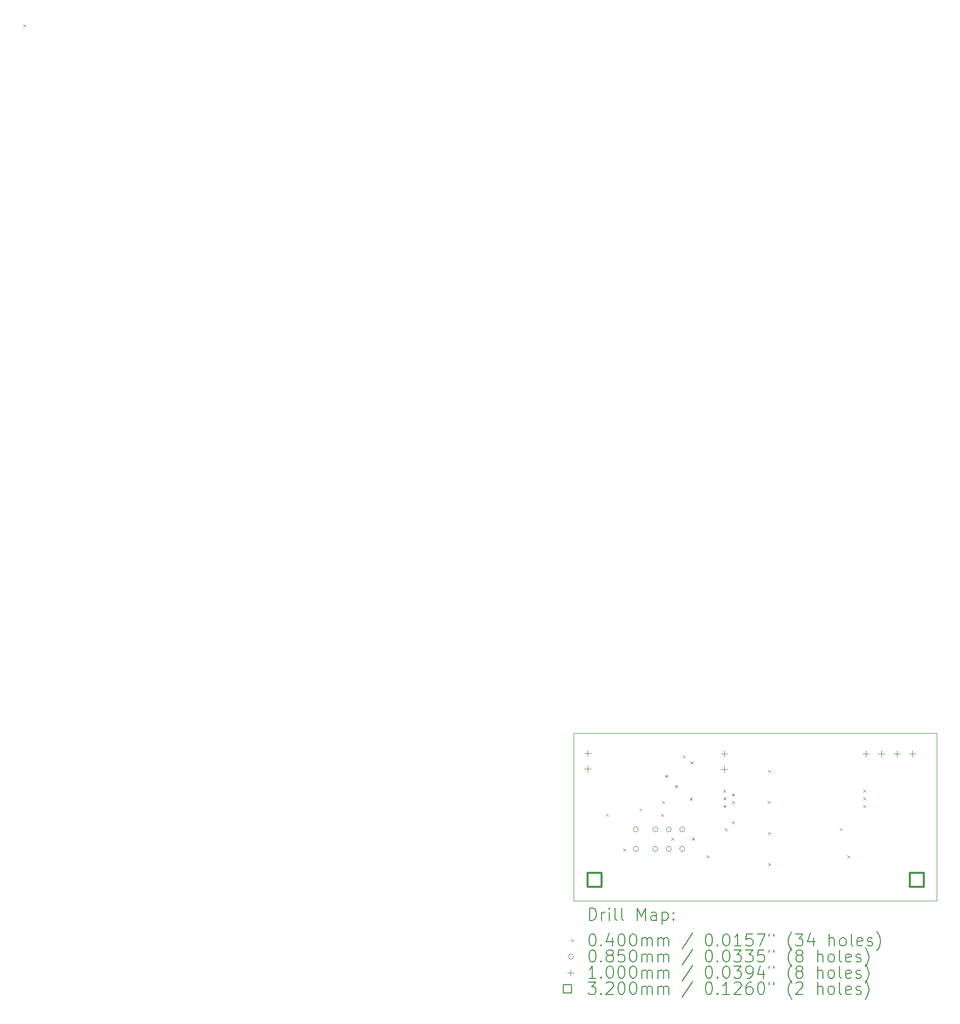
<source format=gbr>
%TF.GenerationSoftware,KiCad,Pcbnew,8.0.1*%
%TF.CreationDate,2025-07-17T23:05:40+02:00*%
%TF.ProjectId,SDR_PreAmp_Filter_v1.1,5344525f-5072-4654-916d-705f46696c74,rev?*%
%TF.SameCoordinates,Original*%
%TF.FileFunction,Drillmap*%
%TF.FilePolarity,Positive*%
%FSLAX45Y45*%
G04 Gerber Fmt 4.5, Leading zero omitted, Abs format (unit mm)*
G04 Created by KiCad (PCBNEW 8.0.1) date 2025-07-17 23:05:40*
%MOMM*%
%LPD*%
G01*
G04 APERTURE LIST*
%ADD10C,0.100000*%
%ADD11C,0.200000*%
%ADD12C,0.320000*%
G04 APERTURE END LIST*
D10*
X8994140Y-11569700D02*
X14935200Y-11569700D01*
X14935200Y-14311700D01*
X8994140Y-14311700D01*
X8994140Y-11569700D01*
D11*
D10*
X-20000Y20000D02*
X20000Y-20000D01*
X20000Y20000D02*
X-20000Y-20000D01*
X-20000Y20000D02*
X20000Y-20000D01*
X20000Y20000D02*
X-20000Y-20000D01*
X-20000Y20000D02*
X20000Y-20000D01*
X20000Y20000D02*
X-20000Y-20000D01*
X-20000Y20000D02*
X20000Y-20000D01*
X20000Y20000D02*
X-20000Y-20000D01*
X-20000Y20000D02*
X20000Y-20000D01*
X20000Y20000D02*
X-20000Y-20000D01*
X9520740Y-12885740D02*
X9560740Y-12925740D01*
X9560740Y-12885740D02*
X9520740Y-12925740D01*
X9802500Y-13455000D02*
X9842500Y-13495000D01*
X9842500Y-13455000D02*
X9802500Y-13495000D01*
X10070000Y-12800000D02*
X10110000Y-12840000D01*
X10110000Y-12800000D02*
X10070000Y-12840000D01*
X10422500Y-12887500D02*
X10462500Y-12927500D01*
X10462500Y-12887500D02*
X10422500Y-12927500D01*
X10442260Y-12680000D02*
X10482260Y-12720000D01*
X10482260Y-12680000D02*
X10442260Y-12720000D01*
X10490000Y-12250000D02*
X10530000Y-12290000D01*
X10530000Y-12250000D02*
X10490000Y-12290000D01*
X10592500Y-13280000D02*
X10632500Y-13320000D01*
X10632500Y-13280000D02*
X10592500Y-13320000D01*
X10653080Y-12418380D02*
X10693080Y-12458380D01*
X10693080Y-12418380D02*
X10653080Y-12458380D01*
X10780080Y-11933240D02*
X10820080Y-11973240D01*
X10820080Y-11933240D02*
X10780080Y-11973240D01*
X10892500Y-12625000D02*
X10932500Y-12665000D01*
X10932500Y-12625000D02*
X10892500Y-12665000D01*
X10907080Y-12030000D02*
X10947080Y-12070000D01*
X10947080Y-12030000D02*
X10907080Y-12070000D01*
X10925000Y-13280000D02*
X10965000Y-13320000D01*
X10965000Y-13280000D02*
X10925000Y-13320000D01*
X11166160Y-13569000D02*
X11206160Y-13609000D01*
X11206160Y-13569000D02*
X11166160Y-13609000D01*
X11440480Y-12489500D02*
X11480480Y-12529500D01*
X11480480Y-12489500D02*
X11440480Y-12529500D01*
X11443020Y-12616500D02*
X11483020Y-12656500D01*
X11483020Y-12616500D02*
X11443020Y-12656500D01*
X11443020Y-12743500D02*
X11483020Y-12783500D01*
X11483020Y-12743500D02*
X11443020Y-12783500D01*
X11460800Y-13124500D02*
X11500800Y-13164500D01*
X11500800Y-13124500D02*
X11460800Y-13164500D01*
X11580000Y-13005000D02*
X11620000Y-13045000D01*
X11620000Y-13005000D02*
X11580000Y-13045000D01*
X11582500Y-12555000D02*
X11622500Y-12595000D01*
X11622500Y-12555000D02*
X11582500Y-12595000D01*
X11582720Y-12677460D02*
X11622720Y-12717460D01*
X11622720Y-12677460D02*
X11582720Y-12717460D01*
X12169460Y-12680000D02*
X12209460Y-12720000D01*
X12209460Y-12680000D02*
X12169460Y-12720000D01*
X12172000Y-12172000D02*
X12212000Y-12212000D01*
X12212000Y-12172000D02*
X12172000Y-12212000D01*
X12172000Y-13188000D02*
X12212000Y-13228000D01*
X12212000Y-13188000D02*
X12172000Y-13228000D01*
X12172000Y-13693460D02*
X12212000Y-13733460D01*
X12212000Y-13693460D02*
X12172000Y-13733460D01*
X13348020Y-13121960D02*
X13388020Y-13161960D01*
X13388020Y-13121960D02*
X13348020Y-13161960D01*
X13467400Y-13569000D02*
X13507400Y-13609000D01*
X13507400Y-13569000D02*
X13467400Y-13609000D01*
X13731560Y-12489500D02*
X13771560Y-12529500D01*
X13771560Y-12489500D02*
X13731560Y-12529500D01*
X13734100Y-12616500D02*
X13774100Y-12656500D01*
X13774100Y-12616500D02*
X13734100Y-12656500D01*
X13734100Y-12743500D02*
X13774100Y-12783500D01*
X13774100Y-12743500D02*
X13734100Y-12783500D01*
X10050100Y-13142000D02*
G75*
G02*
X9965100Y-13142000I-42500J0D01*
G01*
X9965100Y-13142000D02*
G75*
G02*
X10050100Y-13142000I42500J0D01*
G01*
X10050100Y-13462000D02*
G75*
G02*
X9965100Y-13462000I-42500J0D01*
G01*
X9965100Y-13462000D02*
G75*
G02*
X10050100Y-13462000I42500J0D01*
G01*
X10370100Y-13142000D02*
G75*
G02*
X10285100Y-13142000I-42500J0D01*
G01*
X10285100Y-13142000D02*
G75*
G02*
X10370100Y-13142000I42500J0D01*
G01*
X10370100Y-13462000D02*
G75*
G02*
X10285100Y-13462000I-42500J0D01*
G01*
X10285100Y-13462000D02*
G75*
G02*
X10370100Y-13462000I42500J0D01*
G01*
X10590100Y-13142000D02*
G75*
G02*
X10505100Y-13142000I-42500J0D01*
G01*
X10505100Y-13142000D02*
G75*
G02*
X10590100Y-13142000I42500J0D01*
G01*
X10590100Y-13462000D02*
G75*
G02*
X10505100Y-13462000I-42500J0D01*
G01*
X10505100Y-13462000D02*
G75*
G02*
X10590100Y-13462000I42500J0D01*
G01*
X10810100Y-13142000D02*
G75*
G02*
X10725100Y-13142000I-42500J0D01*
G01*
X10725100Y-13142000D02*
G75*
G02*
X10810100Y-13142000I42500J0D01*
G01*
X10810100Y-13462000D02*
G75*
G02*
X10725100Y-13462000I-42500J0D01*
G01*
X10725100Y-13462000D02*
G75*
G02*
X10810100Y-13462000I42500J0D01*
G01*
X9217500Y-11847500D02*
X9217500Y-11947500D01*
X9167500Y-11897500D02*
X9267500Y-11897500D01*
X9217500Y-12101500D02*
X9217500Y-12201500D01*
X9167500Y-12151500D02*
X9267500Y-12151500D01*
X11452600Y-11852440D02*
X11452600Y-11952440D01*
X11402600Y-11902440D02*
X11502600Y-11902440D01*
X11452600Y-12106440D02*
X11452600Y-12206440D01*
X11402600Y-12156440D02*
X11502600Y-12156440D01*
X13771000Y-11857500D02*
X13771000Y-11957500D01*
X13721000Y-11907500D02*
X13821000Y-11907500D01*
X14025000Y-11857500D02*
X14025000Y-11957500D01*
X13975000Y-11907500D02*
X14075000Y-11907500D01*
X14279000Y-11857500D02*
X14279000Y-11957500D01*
X14229000Y-11907500D02*
X14329000Y-11907500D01*
X14533000Y-11857500D02*
X14533000Y-11957500D01*
X14483000Y-11907500D02*
X14583000Y-11907500D01*
D12*
X9447638Y-14083138D02*
X9447638Y-13856862D01*
X9221362Y-13856862D01*
X9221362Y-14083138D01*
X9447638Y-14083138D01*
X14718138Y-14083138D02*
X14718138Y-13856862D01*
X14491862Y-13856862D01*
X14491862Y-14083138D01*
X14718138Y-14083138D01*
D11*
X9249917Y-14628184D02*
X9249917Y-14428184D01*
X9249917Y-14428184D02*
X9297536Y-14428184D01*
X9297536Y-14428184D02*
X9326107Y-14437708D01*
X9326107Y-14437708D02*
X9345155Y-14456755D01*
X9345155Y-14456755D02*
X9354679Y-14475803D01*
X9354679Y-14475803D02*
X9364203Y-14513898D01*
X9364203Y-14513898D02*
X9364203Y-14542469D01*
X9364203Y-14542469D02*
X9354679Y-14580565D01*
X9354679Y-14580565D02*
X9345155Y-14599612D01*
X9345155Y-14599612D02*
X9326107Y-14618660D01*
X9326107Y-14618660D02*
X9297536Y-14628184D01*
X9297536Y-14628184D02*
X9249917Y-14628184D01*
X9449917Y-14628184D02*
X9449917Y-14494850D01*
X9449917Y-14532946D02*
X9459441Y-14513898D01*
X9459441Y-14513898D02*
X9468964Y-14504374D01*
X9468964Y-14504374D02*
X9488012Y-14494850D01*
X9488012Y-14494850D02*
X9507060Y-14494850D01*
X9573726Y-14628184D02*
X9573726Y-14494850D01*
X9573726Y-14428184D02*
X9564203Y-14437708D01*
X9564203Y-14437708D02*
X9573726Y-14447231D01*
X9573726Y-14447231D02*
X9583250Y-14437708D01*
X9583250Y-14437708D02*
X9573726Y-14428184D01*
X9573726Y-14428184D02*
X9573726Y-14447231D01*
X9697536Y-14628184D02*
X9678488Y-14618660D01*
X9678488Y-14618660D02*
X9668964Y-14599612D01*
X9668964Y-14599612D02*
X9668964Y-14428184D01*
X9802298Y-14628184D02*
X9783250Y-14618660D01*
X9783250Y-14618660D02*
X9773726Y-14599612D01*
X9773726Y-14599612D02*
X9773726Y-14428184D01*
X10030869Y-14628184D02*
X10030869Y-14428184D01*
X10030869Y-14428184D02*
X10097536Y-14571041D01*
X10097536Y-14571041D02*
X10164203Y-14428184D01*
X10164203Y-14428184D02*
X10164203Y-14628184D01*
X10345155Y-14628184D02*
X10345155Y-14523422D01*
X10345155Y-14523422D02*
X10335631Y-14504374D01*
X10335631Y-14504374D02*
X10316584Y-14494850D01*
X10316584Y-14494850D02*
X10278488Y-14494850D01*
X10278488Y-14494850D02*
X10259441Y-14504374D01*
X10345155Y-14618660D02*
X10326107Y-14628184D01*
X10326107Y-14628184D02*
X10278488Y-14628184D01*
X10278488Y-14628184D02*
X10259441Y-14618660D01*
X10259441Y-14618660D02*
X10249917Y-14599612D01*
X10249917Y-14599612D02*
X10249917Y-14580565D01*
X10249917Y-14580565D02*
X10259441Y-14561517D01*
X10259441Y-14561517D02*
X10278488Y-14551993D01*
X10278488Y-14551993D02*
X10326107Y-14551993D01*
X10326107Y-14551993D02*
X10345155Y-14542469D01*
X10440393Y-14494850D02*
X10440393Y-14694850D01*
X10440393Y-14504374D02*
X10459441Y-14494850D01*
X10459441Y-14494850D02*
X10497536Y-14494850D01*
X10497536Y-14494850D02*
X10516584Y-14504374D01*
X10516584Y-14504374D02*
X10526107Y-14513898D01*
X10526107Y-14513898D02*
X10535631Y-14532946D01*
X10535631Y-14532946D02*
X10535631Y-14590088D01*
X10535631Y-14590088D02*
X10526107Y-14609136D01*
X10526107Y-14609136D02*
X10516584Y-14618660D01*
X10516584Y-14618660D02*
X10497536Y-14628184D01*
X10497536Y-14628184D02*
X10459441Y-14628184D01*
X10459441Y-14628184D02*
X10440393Y-14618660D01*
X10621345Y-14609136D02*
X10630869Y-14618660D01*
X10630869Y-14618660D02*
X10621345Y-14628184D01*
X10621345Y-14628184D02*
X10611822Y-14618660D01*
X10611822Y-14618660D02*
X10621345Y-14609136D01*
X10621345Y-14609136D02*
X10621345Y-14628184D01*
X10621345Y-14504374D02*
X10630869Y-14513898D01*
X10630869Y-14513898D02*
X10621345Y-14523422D01*
X10621345Y-14523422D02*
X10611822Y-14513898D01*
X10611822Y-14513898D02*
X10621345Y-14504374D01*
X10621345Y-14504374D02*
X10621345Y-14523422D01*
D10*
X8949140Y-14936700D02*
X8989140Y-14976700D01*
X8989140Y-14936700D02*
X8949140Y-14976700D01*
D11*
X9288012Y-14848184D02*
X9307060Y-14848184D01*
X9307060Y-14848184D02*
X9326107Y-14857708D01*
X9326107Y-14857708D02*
X9335631Y-14867231D01*
X9335631Y-14867231D02*
X9345155Y-14886279D01*
X9345155Y-14886279D02*
X9354679Y-14924374D01*
X9354679Y-14924374D02*
X9354679Y-14971993D01*
X9354679Y-14971993D02*
X9345155Y-15010088D01*
X9345155Y-15010088D02*
X9335631Y-15029136D01*
X9335631Y-15029136D02*
X9326107Y-15038660D01*
X9326107Y-15038660D02*
X9307060Y-15048184D01*
X9307060Y-15048184D02*
X9288012Y-15048184D01*
X9288012Y-15048184D02*
X9268964Y-15038660D01*
X9268964Y-15038660D02*
X9259441Y-15029136D01*
X9259441Y-15029136D02*
X9249917Y-15010088D01*
X9249917Y-15010088D02*
X9240393Y-14971993D01*
X9240393Y-14971993D02*
X9240393Y-14924374D01*
X9240393Y-14924374D02*
X9249917Y-14886279D01*
X9249917Y-14886279D02*
X9259441Y-14867231D01*
X9259441Y-14867231D02*
X9268964Y-14857708D01*
X9268964Y-14857708D02*
X9288012Y-14848184D01*
X9440393Y-15029136D02*
X9449917Y-15038660D01*
X9449917Y-15038660D02*
X9440393Y-15048184D01*
X9440393Y-15048184D02*
X9430869Y-15038660D01*
X9430869Y-15038660D02*
X9440393Y-15029136D01*
X9440393Y-15029136D02*
X9440393Y-15048184D01*
X9621345Y-14914850D02*
X9621345Y-15048184D01*
X9573726Y-14838660D02*
X9526107Y-14981517D01*
X9526107Y-14981517D02*
X9649917Y-14981517D01*
X9764203Y-14848184D02*
X9783250Y-14848184D01*
X9783250Y-14848184D02*
X9802298Y-14857708D01*
X9802298Y-14857708D02*
X9811822Y-14867231D01*
X9811822Y-14867231D02*
X9821345Y-14886279D01*
X9821345Y-14886279D02*
X9830869Y-14924374D01*
X9830869Y-14924374D02*
X9830869Y-14971993D01*
X9830869Y-14971993D02*
X9821345Y-15010088D01*
X9821345Y-15010088D02*
X9811822Y-15029136D01*
X9811822Y-15029136D02*
X9802298Y-15038660D01*
X9802298Y-15038660D02*
X9783250Y-15048184D01*
X9783250Y-15048184D02*
X9764203Y-15048184D01*
X9764203Y-15048184D02*
X9745155Y-15038660D01*
X9745155Y-15038660D02*
X9735631Y-15029136D01*
X9735631Y-15029136D02*
X9726107Y-15010088D01*
X9726107Y-15010088D02*
X9716584Y-14971993D01*
X9716584Y-14971993D02*
X9716584Y-14924374D01*
X9716584Y-14924374D02*
X9726107Y-14886279D01*
X9726107Y-14886279D02*
X9735631Y-14867231D01*
X9735631Y-14867231D02*
X9745155Y-14857708D01*
X9745155Y-14857708D02*
X9764203Y-14848184D01*
X9954679Y-14848184D02*
X9973726Y-14848184D01*
X9973726Y-14848184D02*
X9992774Y-14857708D01*
X9992774Y-14857708D02*
X10002298Y-14867231D01*
X10002298Y-14867231D02*
X10011822Y-14886279D01*
X10011822Y-14886279D02*
X10021345Y-14924374D01*
X10021345Y-14924374D02*
X10021345Y-14971993D01*
X10021345Y-14971993D02*
X10011822Y-15010088D01*
X10011822Y-15010088D02*
X10002298Y-15029136D01*
X10002298Y-15029136D02*
X9992774Y-15038660D01*
X9992774Y-15038660D02*
X9973726Y-15048184D01*
X9973726Y-15048184D02*
X9954679Y-15048184D01*
X9954679Y-15048184D02*
X9935631Y-15038660D01*
X9935631Y-15038660D02*
X9926107Y-15029136D01*
X9926107Y-15029136D02*
X9916584Y-15010088D01*
X9916584Y-15010088D02*
X9907060Y-14971993D01*
X9907060Y-14971993D02*
X9907060Y-14924374D01*
X9907060Y-14924374D02*
X9916584Y-14886279D01*
X9916584Y-14886279D02*
X9926107Y-14867231D01*
X9926107Y-14867231D02*
X9935631Y-14857708D01*
X9935631Y-14857708D02*
X9954679Y-14848184D01*
X10107060Y-15048184D02*
X10107060Y-14914850D01*
X10107060Y-14933898D02*
X10116584Y-14924374D01*
X10116584Y-14924374D02*
X10135631Y-14914850D01*
X10135631Y-14914850D02*
X10164203Y-14914850D01*
X10164203Y-14914850D02*
X10183250Y-14924374D01*
X10183250Y-14924374D02*
X10192774Y-14943422D01*
X10192774Y-14943422D02*
X10192774Y-15048184D01*
X10192774Y-14943422D02*
X10202298Y-14924374D01*
X10202298Y-14924374D02*
X10221345Y-14914850D01*
X10221345Y-14914850D02*
X10249917Y-14914850D01*
X10249917Y-14914850D02*
X10268965Y-14924374D01*
X10268965Y-14924374D02*
X10278488Y-14943422D01*
X10278488Y-14943422D02*
X10278488Y-15048184D01*
X10373726Y-15048184D02*
X10373726Y-14914850D01*
X10373726Y-14933898D02*
X10383250Y-14924374D01*
X10383250Y-14924374D02*
X10402298Y-14914850D01*
X10402298Y-14914850D02*
X10430869Y-14914850D01*
X10430869Y-14914850D02*
X10449917Y-14924374D01*
X10449917Y-14924374D02*
X10459441Y-14943422D01*
X10459441Y-14943422D02*
X10459441Y-15048184D01*
X10459441Y-14943422D02*
X10468965Y-14924374D01*
X10468965Y-14924374D02*
X10488012Y-14914850D01*
X10488012Y-14914850D02*
X10516584Y-14914850D01*
X10516584Y-14914850D02*
X10535631Y-14924374D01*
X10535631Y-14924374D02*
X10545155Y-14943422D01*
X10545155Y-14943422D02*
X10545155Y-15048184D01*
X10935631Y-14838660D02*
X10764203Y-15095803D01*
X11192774Y-14848184D02*
X11211822Y-14848184D01*
X11211822Y-14848184D02*
X11230869Y-14857708D01*
X11230869Y-14857708D02*
X11240393Y-14867231D01*
X11240393Y-14867231D02*
X11249917Y-14886279D01*
X11249917Y-14886279D02*
X11259441Y-14924374D01*
X11259441Y-14924374D02*
X11259441Y-14971993D01*
X11259441Y-14971993D02*
X11249917Y-15010088D01*
X11249917Y-15010088D02*
X11240393Y-15029136D01*
X11240393Y-15029136D02*
X11230869Y-15038660D01*
X11230869Y-15038660D02*
X11211822Y-15048184D01*
X11211822Y-15048184D02*
X11192774Y-15048184D01*
X11192774Y-15048184D02*
X11173727Y-15038660D01*
X11173727Y-15038660D02*
X11164203Y-15029136D01*
X11164203Y-15029136D02*
X11154679Y-15010088D01*
X11154679Y-15010088D02*
X11145155Y-14971993D01*
X11145155Y-14971993D02*
X11145155Y-14924374D01*
X11145155Y-14924374D02*
X11154679Y-14886279D01*
X11154679Y-14886279D02*
X11164203Y-14867231D01*
X11164203Y-14867231D02*
X11173727Y-14857708D01*
X11173727Y-14857708D02*
X11192774Y-14848184D01*
X11345155Y-15029136D02*
X11354679Y-15038660D01*
X11354679Y-15038660D02*
X11345155Y-15048184D01*
X11345155Y-15048184D02*
X11335631Y-15038660D01*
X11335631Y-15038660D02*
X11345155Y-15029136D01*
X11345155Y-15029136D02*
X11345155Y-15048184D01*
X11478488Y-14848184D02*
X11497536Y-14848184D01*
X11497536Y-14848184D02*
X11516584Y-14857708D01*
X11516584Y-14857708D02*
X11526107Y-14867231D01*
X11526107Y-14867231D02*
X11535631Y-14886279D01*
X11535631Y-14886279D02*
X11545155Y-14924374D01*
X11545155Y-14924374D02*
X11545155Y-14971993D01*
X11545155Y-14971993D02*
X11535631Y-15010088D01*
X11535631Y-15010088D02*
X11526107Y-15029136D01*
X11526107Y-15029136D02*
X11516584Y-15038660D01*
X11516584Y-15038660D02*
X11497536Y-15048184D01*
X11497536Y-15048184D02*
X11478488Y-15048184D01*
X11478488Y-15048184D02*
X11459441Y-15038660D01*
X11459441Y-15038660D02*
X11449917Y-15029136D01*
X11449917Y-15029136D02*
X11440393Y-15010088D01*
X11440393Y-15010088D02*
X11430869Y-14971993D01*
X11430869Y-14971993D02*
X11430869Y-14924374D01*
X11430869Y-14924374D02*
X11440393Y-14886279D01*
X11440393Y-14886279D02*
X11449917Y-14867231D01*
X11449917Y-14867231D02*
X11459441Y-14857708D01*
X11459441Y-14857708D02*
X11478488Y-14848184D01*
X11735631Y-15048184D02*
X11621346Y-15048184D01*
X11678488Y-15048184D02*
X11678488Y-14848184D01*
X11678488Y-14848184D02*
X11659441Y-14876755D01*
X11659441Y-14876755D02*
X11640393Y-14895803D01*
X11640393Y-14895803D02*
X11621346Y-14905327D01*
X11916584Y-14848184D02*
X11821346Y-14848184D01*
X11821346Y-14848184D02*
X11811822Y-14943422D01*
X11811822Y-14943422D02*
X11821346Y-14933898D01*
X11821346Y-14933898D02*
X11840393Y-14924374D01*
X11840393Y-14924374D02*
X11888012Y-14924374D01*
X11888012Y-14924374D02*
X11907060Y-14933898D01*
X11907060Y-14933898D02*
X11916584Y-14943422D01*
X11916584Y-14943422D02*
X11926107Y-14962469D01*
X11926107Y-14962469D02*
X11926107Y-15010088D01*
X11926107Y-15010088D02*
X11916584Y-15029136D01*
X11916584Y-15029136D02*
X11907060Y-15038660D01*
X11907060Y-15038660D02*
X11888012Y-15048184D01*
X11888012Y-15048184D02*
X11840393Y-15048184D01*
X11840393Y-15048184D02*
X11821346Y-15038660D01*
X11821346Y-15038660D02*
X11811822Y-15029136D01*
X11992774Y-14848184D02*
X12126107Y-14848184D01*
X12126107Y-14848184D02*
X12040393Y-15048184D01*
X12192774Y-14848184D02*
X12192774Y-14886279D01*
X12268965Y-14848184D02*
X12268965Y-14886279D01*
X12564203Y-15124374D02*
X12554679Y-15114850D01*
X12554679Y-15114850D02*
X12535631Y-15086279D01*
X12535631Y-15086279D02*
X12526108Y-15067231D01*
X12526108Y-15067231D02*
X12516584Y-15038660D01*
X12516584Y-15038660D02*
X12507060Y-14991041D01*
X12507060Y-14991041D02*
X12507060Y-14952946D01*
X12507060Y-14952946D02*
X12516584Y-14905327D01*
X12516584Y-14905327D02*
X12526108Y-14876755D01*
X12526108Y-14876755D02*
X12535631Y-14857708D01*
X12535631Y-14857708D02*
X12554679Y-14829136D01*
X12554679Y-14829136D02*
X12564203Y-14819612D01*
X12621346Y-14848184D02*
X12745155Y-14848184D01*
X12745155Y-14848184D02*
X12678488Y-14924374D01*
X12678488Y-14924374D02*
X12707060Y-14924374D01*
X12707060Y-14924374D02*
X12726108Y-14933898D01*
X12726108Y-14933898D02*
X12735631Y-14943422D01*
X12735631Y-14943422D02*
X12745155Y-14962469D01*
X12745155Y-14962469D02*
X12745155Y-15010088D01*
X12745155Y-15010088D02*
X12735631Y-15029136D01*
X12735631Y-15029136D02*
X12726108Y-15038660D01*
X12726108Y-15038660D02*
X12707060Y-15048184D01*
X12707060Y-15048184D02*
X12649917Y-15048184D01*
X12649917Y-15048184D02*
X12630869Y-15038660D01*
X12630869Y-15038660D02*
X12621346Y-15029136D01*
X12916584Y-14914850D02*
X12916584Y-15048184D01*
X12868965Y-14838660D02*
X12821346Y-14981517D01*
X12821346Y-14981517D02*
X12945155Y-14981517D01*
X13173727Y-15048184D02*
X13173727Y-14848184D01*
X13259441Y-15048184D02*
X13259441Y-14943422D01*
X13259441Y-14943422D02*
X13249917Y-14924374D01*
X13249917Y-14924374D02*
X13230870Y-14914850D01*
X13230870Y-14914850D02*
X13202298Y-14914850D01*
X13202298Y-14914850D02*
X13183250Y-14924374D01*
X13183250Y-14924374D02*
X13173727Y-14933898D01*
X13383250Y-15048184D02*
X13364203Y-15038660D01*
X13364203Y-15038660D02*
X13354679Y-15029136D01*
X13354679Y-15029136D02*
X13345155Y-15010088D01*
X13345155Y-15010088D02*
X13345155Y-14952946D01*
X13345155Y-14952946D02*
X13354679Y-14933898D01*
X13354679Y-14933898D02*
X13364203Y-14924374D01*
X13364203Y-14924374D02*
X13383250Y-14914850D01*
X13383250Y-14914850D02*
X13411822Y-14914850D01*
X13411822Y-14914850D02*
X13430870Y-14924374D01*
X13430870Y-14924374D02*
X13440393Y-14933898D01*
X13440393Y-14933898D02*
X13449917Y-14952946D01*
X13449917Y-14952946D02*
X13449917Y-15010088D01*
X13449917Y-15010088D02*
X13440393Y-15029136D01*
X13440393Y-15029136D02*
X13430870Y-15038660D01*
X13430870Y-15038660D02*
X13411822Y-15048184D01*
X13411822Y-15048184D02*
X13383250Y-15048184D01*
X13564203Y-15048184D02*
X13545155Y-15038660D01*
X13545155Y-15038660D02*
X13535631Y-15019612D01*
X13535631Y-15019612D02*
X13535631Y-14848184D01*
X13716584Y-15038660D02*
X13697536Y-15048184D01*
X13697536Y-15048184D02*
X13659441Y-15048184D01*
X13659441Y-15048184D02*
X13640393Y-15038660D01*
X13640393Y-15038660D02*
X13630870Y-15019612D01*
X13630870Y-15019612D02*
X13630870Y-14943422D01*
X13630870Y-14943422D02*
X13640393Y-14924374D01*
X13640393Y-14924374D02*
X13659441Y-14914850D01*
X13659441Y-14914850D02*
X13697536Y-14914850D01*
X13697536Y-14914850D02*
X13716584Y-14924374D01*
X13716584Y-14924374D02*
X13726108Y-14943422D01*
X13726108Y-14943422D02*
X13726108Y-14962469D01*
X13726108Y-14962469D02*
X13630870Y-14981517D01*
X13802298Y-15038660D02*
X13821346Y-15048184D01*
X13821346Y-15048184D02*
X13859441Y-15048184D01*
X13859441Y-15048184D02*
X13878489Y-15038660D01*
X13878489Y-15038660D02*
X13888012Y-15019612D01*
X13888012Y-15019612D02*
X13888012Y-15010088D01*
X13888012Y-15010088D02*
X13878489Y-14991041D01*
X13878489Y-14991041D02*
X13859441Y-14981517D01*
X13859441Y-14981517D02*
X13830870Y-14981517D01*
X13830870Y-14981517D02*
X13811822Y-14971993D01*
X13811822Y-14971993D02*
X13802298Y-14952946D01*
X13802298Y-14952946D02*
X13802298Y-14943422D01*
X13802298Y-14943422D02*
X13811822Y-14924374D01*
X13811822Y-14924374D02*
X13830870Y-14914850D01*
X13830870Y-14914850D02*
X13859441Y-14914850D01*
X13859441Y-14914850D02*
X13878489Y-14924374D01*
X13954679Y-15124374D02*
X13964203Y-15114850D01*
X13964203Y-15114850D02*
X13983251Y-15086279D01*
X13983251Y-15086279D02*
X13992774Y-15067231D01*
X13992774Y-15067231D02*
X14002298Y-15038660D01*
X14002298Y-15038660D02*
X14011822Y-14991041D01*
X14011822Y-14991041D02*
X14011822Y-14952946D01*
X14011822Y-14952946D02*
X14002298Y-14905327D01*
X14002298Y-14905327D02*
X13992774Y-14876755D01*
X13992774Y-14876755D02*
X13983251Y-14857708D01*
X13983251Y-14857708D02*
X13964203Y-14829136D01*
X13964203Y-14829136D02*
X13954679Y-14819612D01*
D10*
X8989140Y-15220700D02*
G75*
G02*
X8904140Y-15220700I-42500J0D01*
G01*
X8904140Y-15220700D02*
G75*
G02*
X8989140Y-15220700I42500J0D01*
G01*
D11*
X9288012Y-15112184D02*
X9307060Y-15112184D01*
X9307060Y-15112184D02*
X9326107Y-15121708D01*
X9326107Y-15121708D02*
X9335631Y-15131231D01*
X9335631Y-15131231D02*
X9345155Y-15150279D01*
X9345155Y-15150279D02*
X9354679Y-15188374D01*
X9354679Y-15188374D02*
X9354679Y-15235993D01*
X9354679Y-15235993D02*
X9345155Y-15274088D01*
X9345155Y-15274088D02*
X9335631Y-15293136D01*
X9335631Y-15293136D02*
X9326107Y-15302660D01*
X9326107Y-15302660D02*
X9307060Y-15312184D01*
X9307060Y-15312184D02*
X9288012Y-15312184D01*
X9288012Y-15312184D02*
X9268964Y-15302660D01*
X9268964Y-15302660D02*
X9259441Y-15293136D01*
X9259441Y-15293136D02*
X9249917Y-15274088D01*
X9249917Y-15274088D02*
X9240393Y-15235993D01*
X9240393Y-15235993D02*
X9240393Y-15188374D01*
X9240393Y-15188374D02*
X9249917Y-15150279D01*
X9249917Y-15150279D02*
X9259441Y-15131231D01*
X9259441Y-15131231D02*
X9268964Y-15121708D01*
X9268964Y-15121708D02*
X9288012Y-15112184D01*
X9440393Y-15293136D02*
X9449917Y-15302660D01*
X9449917Y-15302660D02*
X9440393Y-15312184D01*
X9440393Y-15312184D02*
X9430869Y-15302660D01*
X9430869Y-15302660D02*
X9440393Y-15293136D01*
X9440393Y-15293136D02*
X9440393Y-15312184D01*
X9564203Y-15197898D02*
X9545155Y-15188374D01*
X9545155Y-15188374D02*
X9535631Y-15178850D01*
X9535631Y-15178850D02*
X9526107Y-15159803D01*
X9526107Y-15159803D02*
X9526107Y-15150279D01*
X9526107Y-15150279D02*
X9535631Y-15131231D01*
X9535631Y-15131231D02*
X9545155Y-15121708D01*
X9545155Y-15121708D02*
X9564203Y-15112184D01*
X9564203Y-15112184D02*
X9602298Y-15112184D01*
X9602298Y-15112184D02*
X9621345Y-15121708D01*
X9621345Y-15121708D02*
X9630869Y-15131231D01*
X9630869Y-15131231D02*
X9640393Y-15150279D01*
X9640393Y-15150279D02*
X9640393Y-15159803D01*
X9640393Y-15159803D02*
X9630869Y-15178850D01*
X9630869Y-15178850D02*
X9621345Y-15188374D01*
X9621345Y-15188374D02*
X9602298Y-15197898D01*
X9602298Y-15197898D02*
X9564203Y-15197898D01*
X9564203Y-15197898D02*
X9545155Y-15207422D01*
X9545155Y-15207422D02*
X9535631Y-15216946D01*
X9535631Y-15216946D02*
X9526107Y-15235993D01*
X9526107Y-15235993D02*
X9526107Y-15274088D01*
X9526107Y-15274088D02*
X9535631Y-15293136D01*
X9535631Y-15293136D02*
X9545155Y-15302660D01*
X9545155Y-15302660D02*
X9564203Y-15312184D01*
X9564203Y-15312184D02*
X9602298Y-15312184D01*
X9602298Y-15312184D02*
X9621345Y-15302660D01*
X9621345Y-15302660D02*
X9630869Y-15293136D01*
X9630869Y-15293136D02*
X9640393Y-15274088D01*
X9640393Y-15274088D02*
X9640393Y-15235993D01*
X9640393Y-15235993D02*
X9630869Y-15216946D01*
X9630869Y-15216946D02*
X9621345Y-15207422D01*
X9621345Y-15207422D02*
X9602298Y-15197898D01*
X9821345Y-15112184D02*
X9726107Y-15112184D01*
X9726107Y-15112184D02*
X9716584Y-15207422D01*
X9716584Y-15207422D02*
X9726107Y-15197898D01*
X9726107Y-15197898D02*
X9745155Y-15188374D01*
X9745155Y-15188374D02*
X9792774Y-15188374D01*
X9792774Y-15188374D02*
X9811822Y-15197898D01*
X9811822Y-15197898D02*
X9821345Y-15207422D01*
X9821345Y-15207422D02*
X9830869Y-15226469D01*
X9830869Y-15226469D02*
X9830869Y-15274088D01*
X9830869Y-15274088D02*
X9821345Y-15293136D01*
X9821345Y-15293136D02*
X9811822Y-15302660D01*
X9811822Y-15302660D02*
X9792774Y-15312184D01*
X9792774Y-15312184D02*
X9745155Y-15312184D01*
X9745155Y-15312184D02*
X9726107Y-15302660D01*
X9726107Y-15302660D02*
X9716584Y-15293136D01*
X9954679Y-15112184D02*
X9973726Y-15112184D01*
X9973726Y-15112184D02*
X9992774Y-15121708D01*
X9992774Y-15121708D02*
X10002298Y-15131231D01*
X10002298Y-15131231D02*
X10011822Y-15150279D01*
X10011822Y-15150279D02*
X10021345Y-15188374D01*
X10021345Y-15188374D02*
X10021345Y-15235993D01*
X10021345Y-15235993D02*
X10011822Y-15274088D01*
X10011822Y-15274088D02*
X10002298Y-15293136D01*
X10002298Y-15293136D02*
X9992774Y-15302660D01*
X9992774Y-15302660D02*
X9973726Y-15312184D01*
X9973726Y-15312184D02*
X9954679Y-15312184D01*
X9954679Y-15312184D02*
X9935631Y-15302660D01*
X9935631Y-15302660D02*
X9926107Y-15293136D01*
X9926107Y-15293136D02*
X9916584Y-15274088D01*
X9916584Y-15274088D02*
X9907060Y-15235993D01*
X9907060Y-15235993D02*
X9907060Y-15188374D01*
X9907060Y-15188374D02*
X9916584Y-15150279D01*
X9916584Y-15150279D02*
X9926107Y-15131231D01*
X9926107Y-15131231D02*
X9935631Y-15121708D01*
X9935631Y-15121708D02*
X9954679Y-15112184D01*
X10107060Y-15312184D02*
X10107060Y-15178850D01*
X10107060Y-15197898D02*
X10116584Y-15188374D01*
X10116584Y-15188374D02*
X10135631Y-15178850D01*
X10135631Y-15178850D02*
X10164203Y-15178850D01*
X10164203Y-15178850D02*
X10183250Y-15188374D01*
X10183250Y-15188374D02*
X10192774Y-15207422D01*
X10192774Y-15207422D02*
X10192774Y-15312184D01*
X10192774Y-15207422D02*
X10202298Y-15188374D01*
X10202298Y-15188374D02*
X10221345Y-15178850D01*
X10221345Y-15178850D02*
X10249917Y-15178850D01*
X10249917Y-15178850D02*
X10268965Y-15188374D01*
X10268965Y-15188374D02*
X10278488Y-15207422D01*
X10278488Y-15207422D02*
X10278488Y-15312184D01*
X10373726Y-15312184D02*
X10373726Y-15178850D01*
X10373726Y-15197898D02*
X10383250Y-15188374D01*
X10383250Y-15188374D02*
X10402298Y-15178850D01*
X10402298Y-15178850D02*
X10430869Y-15178850D01*
X10430869Y-15178850D02*
X10449917Y-15188374D01*
X10449917Y-15188374D02*
X10459441Y-15207422D01*
X10459441Y-15207422D02*
X10459441Y-15312184D01*
X10459441Y-15207422D02*
X10468965Y-15188374D01*
X10468965Y-15188374D02*
X10488012Y-15178850D01*
X10488012Y-15178850D02*
X10516584Y-15178850D01*
X10516584Y-15178850D02*
X10535631Y-15188374D01*
X10535631Y-15188374D02*
X10545155Y-15207422D01*
X10545155Y-15207422D02*
X10545155Y-15312184D01*
X10935631Y-15102660D02*
X10764203Y-15359803D01*
X11192774Y-15112184D02*
X11211822Y-15112184D01*
X11211822Y-15112184D02*
X11230869Y-15121708D01*
X11230869Y-15121708D02*
X11240393Y-15131231D01*
X11240393Y-15131231D02*
X11249917Y-15150279D01*
X11249917Y-15150279D02*
X11259441Y-15188374D01*
X11259441Y-15188374D02*
X11259441Y-15235993D01*
X11259441Y-15235993D02*
X11249917Y-15274088D01*
X11249917Y-15274088D02*
X11240393Y-15293136D01*
X11240393Y-15293136D02*
X11230869Y-15302660D01*
X11230869Y-15302660D02*
X11211822Y-15312184D01*
X11211822Y-15312184D02*
X11192774Y-15312184D01*
X11192774Y-15312184D02*
X11173727Y-15302660D01*
X11173727Y-15302660D02*
X11164203Y-15293136D01*
X11164203Y-15293136D02*
X11154679Y-15274088D01*
X11154679Y-15274088D02*
X11145155Y-15235993D01*
X11145155Y-15235993D02*
X11145155Y-15188374D01*
X11145155Y-15188374D02*
X11154679Y-15150279D01*
X11154679Y-15150279D02*
X11164203Y-15131231D01*
X11164203Y-15131231D02*
X11173727Y-15121708D01*
X11173727Y-15121708D02*
X11192774Y-15112184D01*
X11345155Y-15293136D02*
X11354679Y-15302660D01*
X11354679Y-15302660D02*
X11345155Y-15312184D01*
X11345155Y-15312184D02*
X11335631Y-15302660D01*
X11335631Y-15302660D02*
X11345155Y-15293136D01*
X11345155Y-15293136D02*
X11345155Y-15312184D01*
X11478488Y-15112184D02*
X11497536Y-15112184D01*
X11497536Y-15112184D02*
X11516584Y-15121708D01*
X11516584Y-15121708D02*
X11526107Y-15131231D01*
X11526107Y-15131231D02*
X11535631Y-15150279D01*
X11535631Y-15150279D02*
X11545155Y-15188374D01*
X11545155Y-15188374D02*
X11545155Y-15235993D01*
X11545155Y-15235993D02*
X11535631Y-15274088D01*
X11535631Y-15274088D02*
X11526107Y-15293136D01*
X11526107Y-15293136D02*
X11516584Y-15302660D01*
X11516584Y-15302660D02*
X11497536Y-15312184D01*
X11497536Y-15312184D02*
X11478488Y-15312184D01*
X11478488Y-15312184D02*
X11459441Y-15302660D01*
X11459441Y-15302660D02*
X11449917Y-15293136D01*
X11449917Y-15293136D02*
X11440393Y-15274088D01*
X11440393Y-15274088D02*
X11430869Y-15235993D01*
X11430869Y-15235993D02*
X11430869Y-15188374D01*
X11430869Y-15188374D02*
X11440393Y-15150279D01*
X11440393Y-15150279D02*
X11449917Y-15131231D01*
X11449917Y-15131231D02*
X11459441Y-15121708D01*
X11459441Y-15121708D02*
X11478488Y-15112184D01*
X11611822Y-15112184D02*
X11735631Y-15112184D01*
X11735631Y-15112184D02*
X11668965Y-15188374D01*
X11668965Y-15188374D02*
X11697536Y-15188374D01*
X11697536Y-15188374D02*
X11716584Y-15197898D01*
X11716584Y-15197898D02*
X11726107Y-15207422D01*
X11726107Y-15207422D02*
X11735631Y-15226469D01*
X11735631Y-15226469D02*
X11735631Y-15274088D01*
X11735631Y-15274088D02*
X11726107Y-15293136D01*
X11726107Y-15293136D02*
X11716584Y-15302660D01*
X11716584Y-15302660D02*
X11697536Y-15312184D01*
X11697536Y-15312184D02*
X11640393Y-15312184D01*
X11640393Y-15312184D02*
X11621346Y-15302660D01*
X11621346Y-15302660D02*
X11611822Y-15293136D01*
X11802298Y-15112184D02*
X11926107Y-15112184D01*
X11926107Y-15112184D02*
X11859441Y-15188374D01*
X11859441Y-15188374D02*
X11888012Y-15188374D01*
X11888012Y-15188374D02*
X11907060Y-15197898D01*
X11907060Y-15197898D02*
X11916584Y-15207422D01*
X11916584Y-15207422D02*
X11926107Y-15226469D01*
X11926107Y-15226469D02*
X11926107Y-15274088D01*
X11926107Y-15274088D02*
X11916584Y-15293136D01*
X11916584Y-15293136D02*
X11907060Y-15302660D01*
X11907060Y-15302660D02*
X11888012Y-15312184D01*
X11888012Y-15312184D02*
X11830869Y-15312184D01*
X11830869Y-15312184D02*
X11811822Y-15302660D01*
X11811822Y-15302660D02*
X11802298Y-15293136D01*
X12107060Y-15112184D02*
X12011822Y-15112184D01*
X12011822Y-15112184D02*
X12002298Y-15207422D01*
X12002298Y-15207422D02*
X12011822Y-15197898D01*
X12011822Y-15197898D02*
X12030869Y-15188374D01*
X12030869Y-15188374D02*
X12078488Y-15188374D01*
X12078488Y-15188374D02*
X12097536Y-15197898D01*
X12097536Y-15197898D02*
X12107060Y-15207422D01*
X12107060Y-15207422D02*
X12116584Y-15226469D01*
X12116584Y-15226469D02*
X12116584Y-15274088D01*
X12116584Y-15274088D02*
X12107060Y-15293136D01*
X12107060Y-15293136D02*
X12097536Y-15302660D01*
X12097536Y-15302660D02*
X12078488Y-15312184D01*
X12078488Y-15312184D02*
X12030869Y-15312184D01*
X12030869Y-15312184D02*
X12011822Y-15302660D01*
X12011822Y-15302660D02*
X12002298Y-15293136D01*
X12192774Y-15112184D02*
X12192774Y-15150279D01*
X12268965Y-15112184D02*
X12268965Y-15150279D01*
X12564203Y-15388374D02*
X12554679Y-15378850D01*
X12554679Y-15378850D02*
X12535631Y-15350279D01*
X12535631Y-15350279D02*
X12526108Y-15331231D01*
X12526108Y-15331231D02*
X12516584Y-15302660D01*
X12516584Y-15302660D02*
X12507060Y-15255041D01*
X12507060Y-15255041D02*
X12507060Y-15216946D01*
X12507060Y-15216946D02*
X12516584Y-15169327D01*
X12516584Y-15169327D02*
X12526108Y-15140755D01*
X12526108Y-15140755D02*
X12535631Y-15121708D01*
X12535631Y-15121708D02*
X12554679Y-15093136D01*
X12554679Y-15093136D02*
X12564203Y-15083612D01*
X12668965Y-15197898D02*
X12649917Y-15188374D01*
X12649917Y-15188374D02*
X12640393Y-15178850D01*
X12640393Y-15178850D02*
X12630869Y-15159803D01*
X12630869Y-15159803D02*
X12630869Y-15150279D01*
X12630869Y-15150279D02*
X12640393Y-15131231D01*
X12640393Y-15131231D02*
X12649917Y-15121708D01*
X12649917Y-15121708D02*
X12668965Y-15112184D01*
X12668965Y-15112184D02*
X12707060Y-15112184D01*
X12707060Y-15112184D02*
X12726108Y-15121708D01*
X12726108Y-15121708D02*
X12735631Y-15131231D01*
X12735631Y-15131231D02*
X12745155Y-15150279D01*
X12745155Y-15150279D02*
X12745155Y-15159803D01*
X12745155Y-15159803D02*
X12735631Y-15178850D01*
X12735631Y-15178850D02*
X12726108Y-15188374D01*
X12726108Y-15188374D02*
X12707060Y-15197898D01*
X12707060Y-15197898D02*
X12668965Y-15197898D01*
X12668965Y-15197898D02*
X12649917Y-15207422D01*
X12649917Y-15207422D02*
X12640393Y-15216946D01*
X12640393Y-15216946D02*
X12630869Y-15235993D01*
X12630869Y-15235993D02*
X12630869Y-15274088D01*
X12630869Y-15274088D02*
X12640393Y-15293136D01*
X12640393Y-15293136D02*
X12649917Y-15302660D01*
X12649917Y-15302660D02*
X12668965Y-15312184D01*
X12668965Y-15312184D02*
X12707060Y-15312184D01*
X12707060Y-15312184D02*
X12726108Y-15302660D01*
X12726108Y-15302660D02*
X12735631Y-15293136D01*
X12735631Y-15293136D02*
X12745155Y-15274088D01*
X12745155Y-15274088D02*
X12745155Y-15235993D01*
X12745155Y-15235993D02*
X12735631Y-15216946D01*
X12735631Y-15216946D02*
X12726108Y-15207422D01*
X12726108Y-15207422D02*
X12707060Y-15197898D01*
X12983250Y-15312184D02*
X12983250Y-15112184D01*
X13068965Y-15312184D02*
X13068965Y-15207422D01*
X13068965Y-15207422D02*
X13059441Y-15188374D01*
X13059441Y-15188374D02*
X13040393Y-15178850D01*
X13040393Y-15178850D02*
X13011822Y-15178850D01*
X13011822Y-15178850D02*
X12992774Y-15188374D01*
X12992774Y-15188374D02*
X12983250Y-15197898D01*
X13192774Y-15312184D02*
X13173727Y-15302660D01*
X13173727Y-15302660D02*
X13164203Y-15293136D01*
X13164203Y-15293136D02*
X13154679Y-15274088D01*
X13154679Y-15274088D02*
X13154679Y-15216946D01*
X13154679Y-15216946D02*
X13164203Y-15197898D01*
X13164203Y-15197898D02*
X13173727Y-15188374D01*
X13173727Y-15188374D02*
X13192774Y-15178850D01*
X13192774Y-15178850D02*
X13221346Y-15178850D01*
X13221346Y-15178850D02*
X13240393Y-15188374D01*
X13240393Y-15188374D02*
X13249917Y-15197898D01*
X13249917Y-15197898D02*
X13259441Y-15216946D01*
X13259441Y-15216946D02*
X13259441Y-15274088D01*
X13259441Y-15274088D02*
X13249917Y-15293136D01*
X13249917Y-15293136D02*
X13240393Y-15302660D01*
X13240393Y-15302660D02*
X13221346Y-15312184D01*
X13221346Y-15312184D02*
X13192774Y-15312184D01*
X13373727Y-15312184D02*
X13354679Y-15302660D01*
X13354679Y-15302660D02*
X13345155Y-15283612D01*
X13345155Y-15283612D02*
X13345155Y-15112184D01*
X13526108Y-15302660D02*
X13507060Y-15312184D01*
X13507060Y-15312184D02*
X13468965Y-15312184D01*
X13468965Y-15312184D02*
X13449917Y-15302660D01*
X13449917Y-15302660D02*
X13440393Y-15283612D01*
X13440393Y-15283612D02*
X13440393Y-15207422D01*
X13440393Y-15207422D02*
X13449917Y-15188374D01*
X13449917Y-15188374D02*
X13468965Y-15178850D01*
X13468965Y-15178850D02*
X13507060Y-15178850D01*
X13507060Y-15178850D02*
X13526108Y-15188374D01*
X13526108Y-15188374D02*
X13535631Y-15207422D01*
X13535631Y-15207422D02*
X13535631Y-15226469D01*
X13535631Y-15226469D02*
X13440393Y-15245517D01*
X13611822Y-15302660D02*
X13630870Y-15312184D01*
X13630870Y-15312184D02*
X13668965Y-15312184D01*
X13668965Y-15312184D02*
X13688012Y-15302660D01*
X13688012Y-15302660D02*
X13697536Y-15283612D01*
X13697536Y-15283612D02*
X13697536Y-15274088D01*
X13697536Y-15274088D02*
X13688012Y-15255041D01*
X13688012Y-15255041D02*
X13668965Y-15245517D01*
X13668965Y-15245517D02*
X13640393Y-15245517D01*
X13640393Y-15245517D02*
X13621346Y-15235993D01*
X13621346Y-15235993D02*
X13611822Y-15216946D01*
X13611822Y-15216946D02*
X13611822Y-15207422D01*
X13611822Y-15207422D02*
X13621346Y-15188374D01*
X13621346Y-15188374D02*
X13640393Y-15178850D01*
X13640393Y-15178850D02*
X13668965Y-15178850D01*
X13668965Y-15178850D02*
X13688012Y-15188374D01*
X13764203Y-15388374D02*
X13773727Y-15378850D01*
X13773727Y-15378850D02*
X13792774Y-15350279D01*
X13792774Y-15350279D02*
X13802298Y-15331231D01*
X13802298Y-15331231D02*
X13811822Y-15302660D01*
X13811822Y-15302660D02*
X13821346Y-15255041D01*
X13821346Y-15255041D02*
X13821346Y-15216946D01*
X13821346Y-15216946D02*
X13811822Y-15169327D01*
X13811822Y-15169327D02*
X13802298Y-15140755D01*
X13802298Y-15140755D02*
X13792774Y-15121708D01*
X13792774Y-15121708D02*
X13773727Y-15093136D01*
X13773727Y-15093136D02*
X13764203Y-15083612D01*
D10*
X8939140Y-15434700D02*
X8939140Y-15534700D01*
X8889140Y-15484700D02*
X8989140Y-15484700D01*
D11*
X9354679Y-15576184D02*
X9240393Y-15576184D01*
X9297536Y-15576184D02*
X9297536Y-15376184D01*
X9297536Y-15376184D02*
X9278488Y-15404755D01*
X9278488Y-15404755D02*
X9259441Y-15423803D01*
X9259441Y-15423803D02*
X9240393Y-15433327D01*
X9440393Y-15557136D02*
X9449917Y-15566660D01*
X9449917Y-15566660D02*
X9440393Y-15576184D01*
X9440393Y-15576184D02*
X9430869Y-15566660D01*
X9430869Y-15566660D02*
X9440393Y-15557136D01*
X9440393Y-15557136D02*
X9440393Y-15576184D01*
X9573726Y-15376184D02*
X9592774Y-15376184D01*
X9592774Y-15376184D02*
X9611822Y-15385708D01*
X9611822Y-15385708D02*
X9621345Y-15395231D01*
X9621345Y-15395231D02*
X9630869Y-15414279D01*
X9630869Y-15414279D02*
X9640393Y-15452374D01*
X9640393Y-15452374D02*
X9640393Y-15499993D01*
X9640393Y-15499993D02*
X9630869Y-15538088D01*
X9630869Y-15538088D02*
X9621345Y-15557136D01*
X9621345Y-15557136D02*
X9611822Y-15566660D01*
X9611822Y-15566660D02*
X9592774Y-15576184D01*
X9592774Y-15576184D02*
X9573726Y-15576184D01*
X9573726Y-15576184D02*
X9554679Y-15566660D01*
X9554679Y-15566660D02*
X9545155Y-15557136D01*
X9545155Y-15557136D02*
X9535631Y-15538088D01*
X9535631Y-15538088D02*
X9526107Y-15499993D01*
X9526107Y-15499993D02*
X9526107Y-15452374D01*
X9526107Y-15452374D02*
X9535631Y-15414279D01*
X9535631Y-15414279D02*
X9545155Y-15395231D01*
X9545155Y-15395231D02*
X9554679Y-15385708D01*
X9554679Y-15385708D02*
X9573726Y-15376184D01*
X9764203Y-15376184D02*
X9783250Y-15376184D01*
X9783250Y-15376184D02*
X9802298Y-15385708D01*
X9802298Y-15385708D02*
X9811822Y-15395231D01*
X9811822Y-15395231D02*
X9821345Y-15414279D01*
X9821345Y-15414279D02*
X9830869Y-15452374D01*
X9830869Y-15452374D02*
X9830869Y-15499993D01*
X9830869Y-15499993D02*
X9821345Y-15538088D01*
X9821345Y-15538088D02*
X9811822Y-15557136D01*
X9811822Y-15557136D02*
X9802298Y-15566660D01*
X9802298Y-15566660D02*
X9783250Y-15576184D01*
X9783250Y-15576184D02*
X9764203Y-15576184D01*
X9764203Y-15576184D02*
X9745155Y-15566660D01*
X9745155Y-15566660D02*
X9735631Y-15557136D01*
X9735631Y-15557136D02*
X9726107Y-15538088D01*
X9726107Y-15538088D02*
X9716584Y-15499993D01*
X9716584Y-15499993D02*
X9716584Y-15452374D01*
X9716584Y-15452374D02*
X9726107Y-15414279D01*
X9726107Y-15414279D02*
X9735631Y-15395231D01*
X9735631Y-15395231D02*
X9745155Y-15385708D01*
X9745155Y-15385708D02*
X9764203Y-15376184D01*
X9954679Y-15376184D02*
X9973726Y-15376184D01*
X9973726Y-15376184D02*
X9992774Y-15385708D01*
X9992774Y-15385708D02*
X10002298Y-15395231D01*
X10002298Y-15395231D02*
X10011822Y-15414279D01*
X10011822Y-15414279D02*
X10021345Y-15452374D01*
X10021345Y-15452374D02*
X10021345Y-15499993D01*
X10021345Y-15499993D02*
X10011822Y-15538088D01*
X10011822Y-15538088D02*
X10002298Y-15557136D01*
X10002298Y-15557136D02*
X9992774Y-15566660D01*
X9992774Y-15566660D02*
X9973726Y-15576184D01*
X9973726Y-15576184D02*
X9954679Y-15576184D01*
X9954679Y-15576184D02*
X9935631Y-15566660D01*
X9935631Y-15566660D02*
X9926107Y-15557136D01*
X9926107Y-15557136D02*
X9916584Y-15538088D01*
X9916584Y-15538088D02*
X9907060Y-15499993D01*
X9907060Y-15499993D02*
X9907060Y-15452374D01*
X9907060Y-15452374D02*
X9916584Y-15414279D01*
X9916584Y-15414279D02*
X9926107Y-15395231D01*
X9926107Y-15395231D02*
X9935631Y-15385708D01*
X9935631Y-15385708D02*
X9954679Y-15376184D01*
X10107060Y-15576184D02*
X10107060Y-15442850D01*
X10107060Y-15461898D02*
X10116584Y-15452374D01*
X10116584Y-15452374D02*
X10135631Y-15442850D01*
X10135631Y-15442850D02*
X10164203Y-15442850D01*
X10164203Y-15442850D02*
X10183250Y-15452374D01*
X10183250Y-15452374D02*
X10192774Y-15471422D01*
X10192774Y-15471422D02*
X10192774Y-15576184D01*
X10192774Y-15471422D02*
X10202298Y-15452374D01*
X10202298Y-15452374D02*
X10221345Y-15442850D01*
X10221345Y-15442850D02*
X10249917Y-15442850D01*
X10249917Y-15442850D02*
X10268965Y-15452374D01*
X10268965Y-15452374D02*
X10278488Y-15471422D01*
X10278488Y-15471422D02*
X10278488Y-15576184D01*
X10373726Y-15576184D02*
X10373726Y-15442850D01*
X10373726Y-15461898D02*
X10383250Y-15452374D01*
X10383250Y-15452374D02*
X10402298Y-15442850D01*
X10402298Y-15442850D02*
X10430869Y-15442850D01*
X10430869Y-15442850D02*
X10449917Y-15452374D01*
X10449917Y-15452374D02*
X10459441Y-15471422D01*
X10459441Y-15471422D02*
X10459441Y-15576184D01*
X10459441Y-15471422D02*
X10468965Y-15452374D01*
X10468965Y-15452374D02*
X10488012Y-15442850D01*
X10488012Y-15442850D02*
X10516584Y-15442850D01*
X10516584Y-15442850D02*
X10535631Y-15452374D01*
X10535631Y-15452374D02*
X10545155Y-15471422D01*
X10545155Y-15471422D02*
X10545155Y-15576184D01*
X10935631Y-15366660D02*
X10764203Y-15623803D01*
X11192774Y-15376184D02*
X11211822Y-15376184D01*
X11211822Y-15376184D02*
X11230869Y-15385708D01*
X11230869Y-15385708D02*
X11240393Y-15395231D01*
X11240393Y-15395231D02*
X11249917Y-15414279D01*
X11249917Y-15414279D02*
X11259441Y-15452374D01*
X11259441Y-15452374D02*
X11259441Y-15499993D01*
X11259441Y-15499993D02*
X11249917Y-15538088D01*
X11249917Y-15538088D02*
X11240393Y-15557136D01*
X11240393Y-15557136D02*
X11230869Y-15566660D01*
X11230869Y-15566660D02*
X11211822Y-15576184D01*
X11211822Y-15576184D02*
X11192774Y-15576184D01*
X11192774Y-15576184D02*
X11173727Y-15566660D01*
X11173727Y-15566660D02*
X11164203Y-15557136D01*
X11164203Y-15557136D02*
X11154679Y-15538088D01*
X11154679Y-15538088D02*
X11145155Y-15499993D01*
X11145155Y-15499993D02*
X11145155Y-15452374D01*
X11145155Y-15452374D02*
X11154679Y-15414279D01*
X11154679Y-15414279D02*
X11164203Y-15395231D01*
X11164203Y-15395231D02*
X11173727Y-15385708D01*
X11173727Y-15385708D02*
X11192774Y-15376184D01*
X11345155Y-15557136D02*
X11354679Y-15566660D01*
X11354679Y-15566660D02*
X11345155Y-15576184D01*
X11345155Y-15576184D02*
X11335631Y-15566660D01*
X11335631Y-15566660D02*
X11345155Y-15557136D01*
X11345155Y-15557136D02*
X11345155Y-15576184D01*
X11478488Y-15376184D02*
X11497536Y-15376184D01*
X11497536Y-15376184D02*
X11516584Y-15385708D01*
X11516584Y-15385708D02*
X11526107Y-15395231D01*
X11526107Y-15395231D02*
X11535631Y-15414279D01*
X11535631Y-15414279D02*
X11545155Y-15452374D01*
X11545155Y-15452374D02*
X11545155Y-15499993D01*
X11545155Y-15499993D02*
X11535631Y-15538088D01*
X11535631Y-15538088D02*
X11526107Y-15557136D01*
X11526107Y-15557136D02*
X11516584Y-15566660D01*
X11516584Y-15566660D02*
X11497536Y-15576184D01*
X11497536Y-15576184D02*
X11478488Y-15576184D01*
X11478488Y-15576184D02*
X11459441Y-15566660D01*
X11459441Y-15566660D02*
X11449917Y-15557136D01*
X11449917Y-15557136D02*
X11440393Y-15538088D01*
X11440393Y-15538088D02*
X11430869Y-15499993D01*
X11430869Y-15499993D02*
X11430869Y-15452374D01*
X11430869Y-15452374D02*
X11440393Y-15414279D01*
X11440393Y-15414279D02*
X11449917Y-15395231D01*
X11449917Y-15395231D02*
X11459441Y-15385708D01*
X11459441Y-15385708D02*
X11478488Y-15376184D01*
X11611822Y-15376184D02*
X11735631Y-15376184D01*
X11735631Y-15376184D02*
X11668965Y-15452374D01*
X11668965Y-15452374D02*
X11697536Y-15452374D01*
X11697536Y-15452374D02*
X11716584Y-15461898D01*
X11716584Y-15461898D02*
X11726107Y-15471422D01*
X11726107Y-15471422D02*
X11735631Y-15490469D01*
X11735631Y-15490469D02*
X11735631Y-15538088D01*
X11735631Y-15538088D02*
X11726107Y-15557136D01*
X11726107Y-15557136D02*
X11716584Y-15566660D01*
X11716584Y-15566660D02*
X11697536Y-15576184D01*
X11697536Y-15576184D02*
X11640393Y-15576184D01*
X11640393Y-15576184D02*
X11621346Y-15566660D01*
X11621346Y-15566660D02*
X11611822Y-15557136D01*
X11830869Y-15576184D02*
X11868965Y-15576184D01*
X11868965Y-15576184D02*
X11888012Y-15566660D01*
X11888012Y-15566660D02*
X11897536Y-15557136D01*
X11897536Y-15557136D02*
X11916584Y-15528565D01*
X11916584Y-15528565D02*
X11926107Y-15490469D01*
X11926107Y-15490469D02*
X11926107Y-15414279D01*
X11926107Y-15414279D02*
X11916584Y-15395231D01*
X11916584Y-15395231D02*
X11907060Y-15385708D01*
X11907060Y-15385708D02*
X11888012Y-15376184D01*
X11888012Y-15376184D02*
X11849917Y-15376184D01*
X11849917Y-15376184D02*
X11830869Y-15385708D01*
X11830869Y-15385708D02*
X11821346Y-15395231D01*
X11821346Y-15395231D02*
X11811822Y-15414279D01*
X11811822Y-15414279D02*
X11811822Y-15461898D01*
X11811822Y-15461898D02*
X11821346Y-15480946D01*
X11821346Y-15480946D02*
X11830869Y-15490469D01*
X11830869Y-15490469D02*
X11849917Y-15499993D01*
X11849917Y-15499993D02*
X11888012Y-15499993D01*
X11888012Y-15499993D02*
X11907060Y-15490469D01*
X11907060Y-15490469D02*
X11916584Y-15480946D01*
X11916584Y-15480946D02*
X11926107Y-15461898D01*
X12097536Y-15442850D02*
X12097536Y-15576184D01*
X12049917Y-15366660D02*
X12002298Y-15509517D01*
X12002298Y-15509517D02*
X12126107Y-15509517D01*
X12192774Y-15376184D02*
X12192774Y-15414279D01*
X12268965Y-15376184D02*
X12268965Y-15414279D01*
X12564203Y-15652374D02*
X12554679Y-15642850D01*
X12554679Y-15642850D02*
X12535631Y-15614279D01*
X12535631Y-15614279D02*
X12526108Y-15595231D01*
X12526108Y-15595231D02*
X12516584Y-15566660D01*
X12516584Y-15566660D02*
X12507060Y-15519041D01*
X12507060Y-15519041D02*
X12507060Y-15480946D01*
X12507060Y-15480946D02*
X12516584Y-15433327D01*
X12516584Y-15433327D02*
X12526108Y-15404755D01*
X12526108Y-15404755D02*
X12535631Y-15385708D01*
X12535631Y-15385708D02*
X12554679Y-15357136D01*
X12554679Y-15357136D02*
X12564203Y-15347612D01*
X12668965Y-15461898D02*
X12649917Y-15452374D01*
X12649917Y-15452374D02*
X12640393Y-15442850D01*
X12640393Y-15442850D02*
X12630869Y-15423803D01*
X12630869Y-15423803D02*
X12630869Y-15414279D01*
X12630869Y-15414279D02*
X12640393Y-15395231D01*
X12640393Y-15395231D02*
X12649917Y-15385708D01*
X12649917Y-15385708D02*
X12668965Y-15376184D01*
X12668965Y-15376184D02*
X12707060Y-15376184D01*
X12707060Y-15376184D02*
X12726108Y-15385708D01*
X12726108Y-15385708D02*
X12735631Y-15395231D01*
X12735631Y-15395231D02*
X12745155Y-15414279D01*
X12745155Y-15414279D02*
X12745155Y-15423803D01*
X12745155Y-15423803D02*
X12735631Y-15442850D01*
X12735631Y-15442850D02*
X12726108Y-15452374D01*
X12726108Y-15452374D02*
X12707060Y-15461898D01*
X12707060Y-15461898D02*
X12668965Y-15461898D01*
X12668965Y-15461898D02*
X12649917Y-15471422D01*
X12649917Y-15471422D02*
X12640393Y-15480946D01*
X12640393Y-15480946D02*
X12630869Y-15499993D01*
X12630869Y-15499993D02*
X12630869Y-15538088D01*
X12630869Y-15538088D02*
X12640393Y-15557136D01*
X12640393Y-15557136D02*
X12649917Y-15566660D01*
X12649917Y-15566660D02*
X12668965Y-15576184D01*
X12668965Y-15576184D02*
X12707060Y-15576184D01*
X12707060Y-15576184D02*
X12726108Y-15566660D01*
X12726108Y-15566660D02*
X12735631Y-15557136D01*
X12735631Y-15557136D02*
X12745155Y-15538088D01*
X12745155Y-15538088D02*
X12745155Y-15499993D01*
X12745155Y-15499993D02*
X12735631Y-15480946D01*
X12735631Y-15480946D02*
X12726108Y-15471422D01*
X12726108Y-15471422D02*
X12707060Y-15461898D01*
X12983250Y-15576184D02*
X12983250Y-15376184D01*
X13068965Y-15576184D02*
X13068965Y-15471422D01*
X13068965Y-15471422D02*
X13059441Y-15452374D01*
X13059441Y-15452374D02*
X13040393Y-15442850D01*
X13040393Y-15442850D02*
X13011822Y-15442850D01*
X13011822Y-15442850D02*
X12992774Y-15452374D01*
X12992774Y-15452374D02*
X12983250Y-15461898D01*
X13192774Y-15576184D02*
X13173727Y-15566660D01*
X13173727Y-15566660D02*
X13164203Y-15557136D01*
X13164203Y-15557136D02*
X13154679Y-15538088D01*
X13154679Y-15538088D02*
X13154679Y-15480946D01*
X13154679Y-15480946D02*
X13164203Y-15461898D01*
X13164203Y-15461898D02*
X13173727Y-15452374D01*
X13173727Y-15452374D02*
X13192774Y-15442850D01*
X13192774Y-15442850D02*
X13221346Y-15442850D01*
X13221346Y-15442850D02*
X13240393Y-15452374D01*
X13240393Y-15452374D02*
X13249917Y-15461898D01*
X13249917Y-15461898D02*
X13259441Y-15480946D01*
X13259441Y-15480946D02*
X13259441Y-15538088D01*
X13259441Y-15538088D02*
X13249917Y-15557136D01*
X13249917Y-15557136D02*
X13240393Y-15566660D01*
X13240393Y-15566660D02*
X13221346Y-15576184D01*
X13221346Y-15576184D02*
X13192774Y-15576184D01*
X13373727Y-15576184D02*
X13354679Y-15566660D01*
X13354679Y-15566660D02*
X13345155Y-15547612D01*
X13345155Y-15547612D02*
X13345155Y-15376184D01*
X13526108Y-15566660D02*
X13507060Y-15576184D01*
X13507060Y-15576184D02*
X13468965Y-15576184D01*
X13468965Y-15576184D02*
X13449917Y-15566660D01*
X13449917Y-15566660D02*
X13440393Y-15547612D01*
X13440393Y-15547612D02*
X13440393Y-15471422D01*
X13440393Y-15471422D02*
X13449917Y-15452374D01*
X13449917Y-15452374D02*
X13468965Y-15442850D01*
X13468965Y-15442850D02*
X13507060Y-15442850D01*
X13507060Y-15442850D02*
X13526108Y-15452374D01*
X13526108Y-15452374D02*
X13535631Y-15471422D01*
X13535631Y-15471422D02*
X13535631Y-15490469D01*
X13535631Y-15490469D02*
X13440393Y-15509517D01*
X13611822Y-15566660D02*
X13630870Y-15576184D01*
X13630870Y-15576184D02*
X13668965Y-15576184D01*
X13668965Y-15576184D02*
X13688012Y-15566660D01*
X13688012Y-15566660D02*
X13697536Y-15547612D01*
X13697536Y-15547612D02*
X13697536Y-15538088D01*
X13697536Y-15538088D02*
X13688012Y-15519041D01*
X13688012Y-15519041D02*
X13668965Y-15509517D01*
X13668965Y-15509517D02*
X13640393Y-15509517D01*
X13640393Y-15509517D02*
X13621346Y-15499993D01*
X13621346Y-15499993D02*
X13611822Y-15480946D01*
X13611822Y-15480946D02*
X13611822Y-15471422D01*
X13611822Y-15471422D02*
X13621346Y-15452374D01*
X13621346Y-15452374D02*
X13640393Y-15442850D01*
X13640393Y-15442850D02*
X13668965Y-15442850D01*
X13668965Y-15442850D02*
X13688012Y-15452374D01*
X13764203Y-15652374D02*
X13773727Y-15642850D01*
X13773727Y-15642850D02*
X13792774Y-15614279D01*
X13792774Y-15614279D02*
X13802298Y-15595231D01*
X13802298Y-15595231D02*
X13811822Y-15566660D01*
X13811822Y-15566660D02*
X13821346Y-15519041D01*
X13821346Y-15519041D02*
X13821346Y-15480946D01*
X13821346Y-15480946D02*
X13811822Y-15433327D01*
X13811822Y-15433327D02*
X13802298Y-15404755D01*
X13802298Y-15404755D02*
X13792774Y-15385708D01*
X13792774Y-15385708D02*
X13773727Y-15357136D01*
X13773727Y-15357136D02*
X13764203Y-15347612D01*
X8959851Y-15819411D02*
X8959851Y-15677989D01*
X8818429Y-15677989D01*
X8818429Y-15819411D01*
X8959851Y-15819411D01*
X9230869Y-15640184D02*
X9354679Y-15640184D01*
X9354679Y-15640184D02*
X9288012Y-15716374D01*
X9288012Y-15716374D02*
X9316584Y-15716374D01*
X9316584Y-15716374D02*
X9335631Y-15725898D01*
X9335631Y-15725898D02*
X9345155Y-15735422D01*
X9345155Y-15735422D02*
X9354679Y-15754469D01*
X9354679Y-15754469D02*
X9354679Y-15802088D01*
X9354679Y-15802088D02*
X9345155Y-15821136D01*
X9345155Y-15821136D02*
X9335631Y-15830660D01*
X9335631Y-15830660D02*
X9316584Y-15840184D01*
X9316584Y-15840184D02*
X9259441Y-15840184D01*
X9259441Y-15840184D02*
X9240393Y-15830660D01*
X9240393Y-15830660D02*
X9230869Y-15821136D01*
X9440393Y-15821136D02*
X9449917Y-15830660D01*
X9449917Y-15830660D02*
X9440393Y-15840184D01*
X9440393Y-15840184D02*
X9430869Y-15830660D01*
X9430869Y-15830660D02*
X9440393Y-15821136D01*
X9440393Y-15821136D02*
X9440393Y-15840184D01*
X9526107Y-15659231D02*
X9535631Y-15649708D01*
X9535631Y-15649708D02*
X9554679Y-15640184D01*
X9554679Y-15640184D02*
X9602298Y-15640184D01*
X9602298Y-15640184D02*
X9621345Y-15649708D01*
X9621345Y-15649708D02*
X9630869Y-15659231D01*
X9630869Y-15659231D02*
X9640393Y-15678279D01*
X9640393Y-15678279D02*
X9640393Y-15697327D01*
X9640393Y-15697327D02*
X9630869Y-15725898D01*
X9630869Y-15725898D02*
X9516584Y-15840184D01*
X9516584Y-15840184D02*
X9640393Y-15840184D01*
X9764203Y-15640184D02*
X9783250Y-15640184D01*
X9783250Y-15640184D02*
X9802298Y-15649708D01*
X9802298Y-15649708D02*
X9811822Y-15659231D01*
X9811822Y-15659231D02*
X9821345Y-15678279D01*
X9821345Y-15678279D02*
X9830869Y-15716374D01*
X9830869Y-15716374D02*
X9830869Y-15763993D01*
X9830869Y-15763993D02*
X9821345Y-15802088D01*
X9821345Y-15802088D02*
X9811822Y-15821136D01*
X9811822Y-15821136D02*
X9802298Y-15830660D01*
X9802298Y-15830660D02*
X9783250Y-15840184D01*
X9783250Y-15840184D02*
X9764203Y-15840184D01*
X9764203Y-15840184D02*
X9745155Y-15830660D01*
X9745155Y-15830660D02*
X9735631Y-15821136D01*
X9735631Y-15821136D02*
X9726107Y-15802088D01*
X9726107Y-15802088D02*
X9716584Y-15763993D01*
X9716584Y-15763993D02*
X9716584Y-15716374D01*
X9716584Y-15716374D02*
X9726107Y-15678279D01*
X9726107Y-15678279D02*
X9735631Y-15659231D01*
X9735631Y-15659231D02*
X9745155Y-15649708D01*
X9745155Y-15649708D02*
X9764203Y-15640184D01*
X9954679Y-15640184D02*
X9973726Y-15640184D01*
X9973726Y-15640184D02*
X9992774Y-15649708D01*
X9992774Y-15649708D02*
X10002298Y-15659231D01*
X10002298Y-15659231D02*
X10011822Y-15678279D01*
X10011822Y-15678279D02*
X10021345Y-15716374D01*
X10021345Y-15716374D02*
X10021345Y-15763993D01*
X10021345Y-15763993D02*
X10011822Y-15802088D01*
X10011822Y-15802088D02*
X10002298Y-15821136D01*
X10002298Y-15821136D02*
X9992774Y-15830660D01*
X9992774Y-15830660D02*
X9973726Y-15840184D01*
X9973726Y-15840184D02*
X9954679Y-15840184D01*
X9954679Y-15840184D02*
X9935631Y-15830660D01*
X9935631Y-15830660D02*
X9926107Y-15821136D01*
X9926107Y-15821136D02*
X9916584Y-15802088D01*
X9916584Y-15802088D02*
X9907060Y-15763993D01*
X9907060Y-15763993D02*
X9907060Y-15716374D01*
X9907060Y-15716374D02*
X9916584Y-15678279D01*
X9916584Y-15678279D02*
X9926107Y-15659231D01*
X9926107Y-15659231D02*
X9935631Y-15649708D01*
X9935631Y-15649708D02*
X9954679Y-15640184D01*
X10107060Y-15840184D02*
X10107060Y-15706850D01*
X10107060Y-15725898D02*
X10116584Y-15716374D01*
X10116584Y-15716374D02*
X10135631Y-15706850D01*
X10135631Y-15706850D02*
X10164203Y-15706850D01*
X10164203Y-15706850D02*
X10183250Y-15716374D01*
X10183250Y-15716374D02*
X10192774Y-15735422D01*
X10192774Y-15735422D02*
X10192774Y-15840184D01*
X10192774Y-15735422D02*
X10202298Y-15716374D01*
X10202298Y-15716374D02*
X10221345Y-15706850D01*
X10221345Y-15706850D02*
X10249917Y-15706850D01*
X10249917Y-15706850D02*
X10268965Y-15716374D01*
X10268965Y-15716374D02*
X10278488Y-15735422D01*
X10278488Y-15735422D02*
X10278488Y-15840184D01*
X10373726Y-15840184D02*
X10373726Y-15706850D01*
X10373726Y-15725898D02*
X10383250Y-15716374D01*
X10383250Y-15716374D02*
X10402298Y-15706850D01*
X10402298Y-15706850D02*
X10430869Y-15706850D01*
X10430869Y-15706850D02*
X10449917Y-15716374D01*
X10449917Y-15716374D02*
X10459441Y-15735422D01*
X10459441Y-15735422D02*
X10459441Y-15840184D01*
X10459441Y-15735422D02*
X10468965Y-15716374D01*
X10468965Y-15716374D02*
X10488012Y-15706850D01*
X10488012Y-15706850D02*
X10516584Y-15706850D01*
X10516584Y-15706850D02*
X10535631Y-15716374D01*
X10535631Y-15716374D02*
X10545155Y-15735422D01*
X10545155Y-15735422D02*
X10545155Y-15840184D01*
X10935631Y-15630660D02*
X10764203Y-15887803D01*
X11192774Y-15640184D02*
X11211822Y-15640184D01*
X11211822Y-15640184D02*
X11230869Y-15649708D01*
X11230869Y-15649708D02*
X11240393Y-15659231D01*
X11240393Y-15659231D02*
X11249917Y-15678279D01*
X11249917Y-15678279D02*
X11259441Y-15716374D01*
X11259441Y-15716374D02*
X11259441Y-15763993D01*
X11259441Y-15763993D02*
X11249917Y-15802088D01*
X11249917Y-15802088D02*
X11240393Y-15821136D01*
X11240393Y-15821136D02*
X11230869Y-15830660D01*
X11230869Y-15830660D02*
X11211822Y-15840184D01*
X11211822Y-15840184D02*
X11192774Y-15840184D01*
X11192774Y-15840184D02*
X11173727Y-15830660D01*
X11173727Y-15830660D02*
X11164203Y-15821136D01*
X11164203Y-15821136D02*
X11154679Y-15802088D01*
X11154679Y-15802088D02*
X11145155Y-15763993D01*
X11145155Y-15763993D02*
X11145155Y-15716374D01*
X11145155Y-15716374D02*
X11154679Y-15678279D01*
X11154679Y-15678279D02*
X11164203Y-15659231D01*
X11164203Y-15659231D02*
X11173727Y-15649708D01*
X11173727Y-15649708D02*
X11192774Y-15640184D01*
X11345155Y-15821136D02*
X11354679Y-15830660D01*
X11354679Y-15830660D02*
X11345155Y-15840184D01*
X11345155Y-15840184D02*
X11335631Y-15830660D01*
X11335631Y-15830660D02*
X11345155Y-15821136D01*
X11345155Y-15821136D02*
X11345155Y-15840184D01*
X11545155Y-15840184D02*
X11430869Y-15840184D01*
X11488012Y-15840184D02*
X11488012Y-15640184D01*
X11488012Y-15640184D02*
X11468965Y-15668755D01*
X11468965Y-15668755D02*
X11449917Y-15687803D01*
X11449917Y-15687803D02*
X11430869Y-15697327D01*
X11621346Y-15659231D02*
X11630869Y-15649708D01*
X11630869Y-15649708D02*
X11649917Y-15640184D01*
X11649917Y-15640184D02*
X11697536Y-15640184D01*
X11697536Y-15640184D02*
X11716584Y-15649708D01*
X11716584Y-15649708D02*
X11726107Y-15659231D01*
X11726107Y-15659231D02*
X11735631Y-15678279D01*
X11735631Y-15678279D02*
X11735631Y-15697327D01*
X11735631Y-15697327D02*
X11726107Y-15725898D01*
X11726107Y-15725898D02*
X11611822Y-15840184D01*
X11611822Y-15840184D02*
X11735631Y-15840184D01*
X11907060Y-15640184D02*
X11868965Y-15640184D01*
X11868965Y-15640184D02*
X11849917Y-15649708D01*
X11849917Y-15649708D02*
X11840393Y-15659231D01*
X11840393Y-15659231D02*
X11821346Y-15687803D01*
X11821346Y-15687803D02*
X11811822Y-15725898D01*
X11811822Y-15725898D02*
X11811822Y-15802088D01*
X11811822Y-15802088D02*
X11821346Y-15821136D01*
X11821346Y-15821136D02*
X11830869Y-15830660D01*
X11830869Y-15830660D02*
X11849917Y-15840184D01*
X11849917Y-15840184D02*
X11888012Y-15840184D01*
X11888012Y-15840184D02*
X11907060Y-15830660D01*
X11907060Y-15830660D02*
X11916584Y-15821136D01*
X11916584Y-15821136D02*
X11926107Y-15802088D01*
X11926107Y-15802088D02*
X11926107Y-15754469D01*
X11926107Y-15754469D02*
X11916584Y-15735422D01*
X11916584Y-15735422D02*
X11907060Y-15725898D01*
X11907060Y-15725898D02*
X11888012Y-15716374D01*
X11888012Y-15716374D02*
X11849917Y-15716374D01*
X11849917Y-15716374D02*
X11830869Y-15725898D01*
X11830869Y-15725898D02*
X11821346Y-15735422D01*
X11821346Y-15735422D02*
X11811822Y-15754469D01*
X12049917Y-15640184D02*
X12068965Y-15640184D01*
X12068965Y-15640184D02*
X12088012Y-15649708D01*
X12088012Y-15649708D02*
X12097536Y-15659231D01*
X12097536Y-15659231D02*
X12107060Y-15678279D01*
X12107060Y-15678279D02*
X12116584Y-15716374D01*
X12116584Y-15716374D02*
X12116584Y-15763993D01*
X12116584Y-15763993D02*
X12107060Y-15802088D01*
X12107060Y-15802088D02*
X12097536Y-15821136D01*
X12097536Y-15821136D02*
X12088012Y-15830660D01*
X12088012Y-15830660D02*
X12068965Y-15840184D01*
X12068965Y-15840184D02*
X12049917Y-15840184D01*
X12049917Y-15840184D02*
X12030869Y-15830660D01*
X12030869Y-15830660D02*
X12021346Y-15821136D01*
X12021346Y-15821136D02*
X12011822Y-15802088D01*
X12011822Y-15802088D02*
X12002298Y-15763993D01*
X12002298Y-15763993D02*
X12002298Y-15716374D01*
X12002298Y-15716374D02*
X12011822Y-15678279D01*
X12011822Y-15678279D02*
X12021346Y-15659231D01*
X12021346Y-15659231D02*
X12030869Y-15649708D01*
X12030869Y-15649708D02*
X12049917Y-15640184D01*
X12192774Y-15640184D02*
X12192774Y-15678279D01*
X12268965Y-15640184D02*
X12268965Y-15678279D01*
X12564203Y-15916374D02*
X12554679Y-15906850D01*
X12554679Y-15906850D02*
X12535631Y-15878279D01*
X12535631Y-15878279D02*
X12526108Y-15859231D01*
X12526108Y-15859231D02*
X12516584Y-15830660D01*
X12516584Y-15830660D02*
X12507060Y-15783041D01*
X12507060Y-15783041D02*
X12507060Y-15744946D01*
X12507060Y-15744946D02*
X12516584Y-15697327D01*
X12516584Y-15697327D02*
X12526108Y-15668755D01*
X12526108Y-15668755D02*
X12535631Y-15649708D01*
X12535631Y-15649708D02*
X12554679Y-15621136D01*
X12554679Y-15621136D02*
X12564203Y-15611612D01*
X12630869Y-15659231D02*
X12640393Y-15649708D01*
X12640393Y-15649708D02*
X12659441Y-15640184D01*
X12659441Y-15640184D02*
X12707060Y-15640184D01*
X12707060Y-15640184D02*
X12726108Y-15649708D01*
X12726108Y-15649708D02*
X12735631Y-15659231D01*
X12735631Y-15659231D02*
X12745155Y-15678279D01*
X12745155Y-15678279D02*
X12745155Y-15697327D01*
X12745155Y-15697327D02*
X12735631Y-15725898D01*
X12735631Y-15725898D02*
X12621346Y-15840184D01*
X12621346Y-15840184D02*
X12745155Y-15840184D01*
X12983250Y-15840184D02*
X12983250Y-15640184D01*
X13068965Y-15840184D02*
X13068965Y-15735422D01*
X13068965Y-15735422D02*
X13059441Y-15716374D01*
X13059441Y-15716374D02*
X13040393Y-15706850D01*
X13040393Y-15706850D02*
X13011822Y-15706850D01*
X13011822Y-15706850D02*
X12992774Y-15716374D01*
X12992774Y-15716374D02*
X12983250Y-15725898D01*
X13192774Y-15840184D02*
X13173727Y-15830660D01*
X13173727Y-15830660D02*
X13164203Y-15821136D01*
X13164203Y-15821136D02*
X13154679Y-15802088D01*
X13154679Y-15802088D02*
X13154679Y-15744946D01*
X13154679Y-15744946D02*
X13164203Y-15725898D01*
X13164203Y-15725898D02*
X13173727Y-15716374D01*
X13173727Y-15716374D02*
X13192774Y-15706850D01*
X13192774Y-15706850D02*
X13221346Y-15706850D01*
X13221346Y-15706850D02*
X13240393Y-15716374D01*
X13240393Y-15716374D02*
X13249917Y-15725898D01*
X13249917Y-15725898D02*
X13259441Y-15744946D01*
X13259441Y-15744946D02*
X13259441Y-15802088D01*
X13259441Y-15802088D02*
X13249917Y-15821136D01*
X13249917Y-15821136D02*
X13240393Y-15830660D01*
X13240393Y-15830660D02*
X13221346Y-15840184D01*
X13221346Y-15840184D02*
X13192774Y-15840184D01*
X13373727Y-15840184D02*
X13354679Y-15830660D01*
X13354679Y-15830660D02*
X13345155Y-15811612D01*
X13345155Y-15811612D02*
X13345155Y-15640184D01*
X13526108Y-15830660D02*
X13507060Y-15840184D01*
X13507060Y-15840184D02*
X13468965Y-15840184D01*
X13468965Y-15840184D02*
X13449917Y-15830660D01*
X13449917Y-15830660D02*
X13440393Y-15811612D01*
X13440393Y-15811612D02*
X13440393Y-15735422D01*
X13440393Y-15735422D02*
X13449917Y-15716374D01*
X13449917Y-15716374D02*
X13468965Y-15706850D01*
X13468965Y-15706850D02*
X13507060Y-15706850D01*
X13507060Y-15706850D02*
X13526108Y-15716374D01*
X13526108Y-15716374D02*
X13535631Y-15735422D01*
X13535631Y-15735422D02*
X13535631Y-15754469D01*
X13535631Y-15754469D02*
X13440393Y-15773517D01*
X13611822Y-15830660D02*
X13630870Y-15840184D01*
X13630870Y-15840184D02*
X13668965Y-15840184D01*
X13668965Y-15840184D02*
X13688012Y-15830660D01*
X13688012Y-15830660D02*
X13697536Y-15811612D01*
X13697536Y-15811612D02*
X13697536Y-15802088D01*
X13697536Y-15802088D02*
X13688012Y-15783041D01*
X13688012Y-15783041D02*
X13668965Y-15773517D01*
X13668965Y-15773517D02*
X13640393Y-15773517D01*
X13640393Y-15773517D02*
X13621346Y-15763993D01*
X13621346Y-15763993D02*
X13611822Y-15744946D01*
X13611822Y-15744946D02*
X13611822Y-15735422D01*
X13611822Y-15735422D02*
X13621346Y-15716374D01*
X13621346Y-15716374D02*
X13640393Y-15706850D01*
X13640393Y-15706850D02*
X13668965Y-15706850D01*
X13668965Y-15706850D02*
X13688012Y-15716374D01*
X13764203Y-15916374D02*
X13773727Y-15906850D01*
X13773727Y-15906850D02*
X13792774Y-15878279D01*
X13792774Y-15878279D02*
X13802298Y-15859231D01*
X13802298Y-15859231D02*
X13811822Y-15830660D01*
X13811822Y-15830660D02*
X13821346Y-15783041D01*
X13821346Y-15783041D02*
X13821346Y-15744946D01*
X13821346Y-15744946D02*
X13811822Y-15697327D01*
X13811822Y-15697327D02*
X13802298Y-15668755D01*
X13802298Y-15668755D02*
X13792774Y-15649708D01*
X13792774Y-15649708D02*
X13773727Y-15621136D01*
X13773727Y-15621136D02*
X13764203Y-15611612D01*
M02*

</source>
